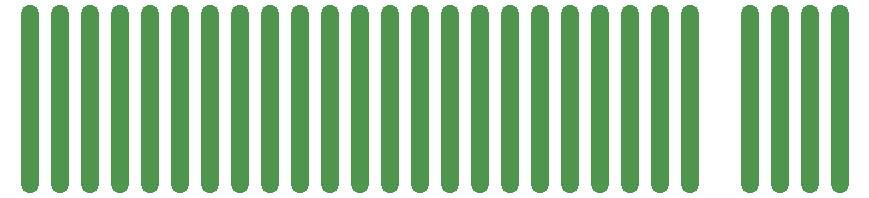
<source format=gbl>
G04 #@! TF.FileFunction,Copper,L2,Bot,Signal*
%FSLAX46Y46*%
G04 Gerber Fmt 4.6, Leading zero omitted, Abs format (unit mm)*
G04 Created by KiCad (PCBNEW 4.0.5) date 09/24/17 10:25:20*
%MOMM*%
%LPD*%
G01*
G04 APERTURE LIST*
%ADD10C,0.100000*%
%ADD11O,1.500000X16.000000*%
G04 APERTURE END LIST*
D10*
D11*
X114460000Y-96250000D03*
X117000000Y-96250000D03*
X119540000Y-96250000D03*
X122080000Y-96250000D03*
X127160000Y-96250000D03*
X129700000Y-96250000D03*
X132240000Y-96250000D03*
X134780000Y-96250000D03*
X137320000Y-96250000D03*
X139860000Y-96250000D03*
X142400000Y-96250000D03*
X144940000Y-96250000D03*
X147480000Y-96250000D03*
X150020000Y-96250000D03*
X152560000Y-96250000D03*
X155100000Y-96250000D03*
X157640000Y-96250000D03*
X160180000Y-96250000D03*
X162720000Y-96250000D03*
X165260000Y-96250000D03*
X167800000Y-96250000D03*
X170340000Y-96250000D03*
X124620000Y-96250000D03*
X175420000Y-96250000D03*
X177960000Y-96250000D03*
X180500000Y-96250000D03*
X183040000Y-96250000D03*
M02*

</source>
